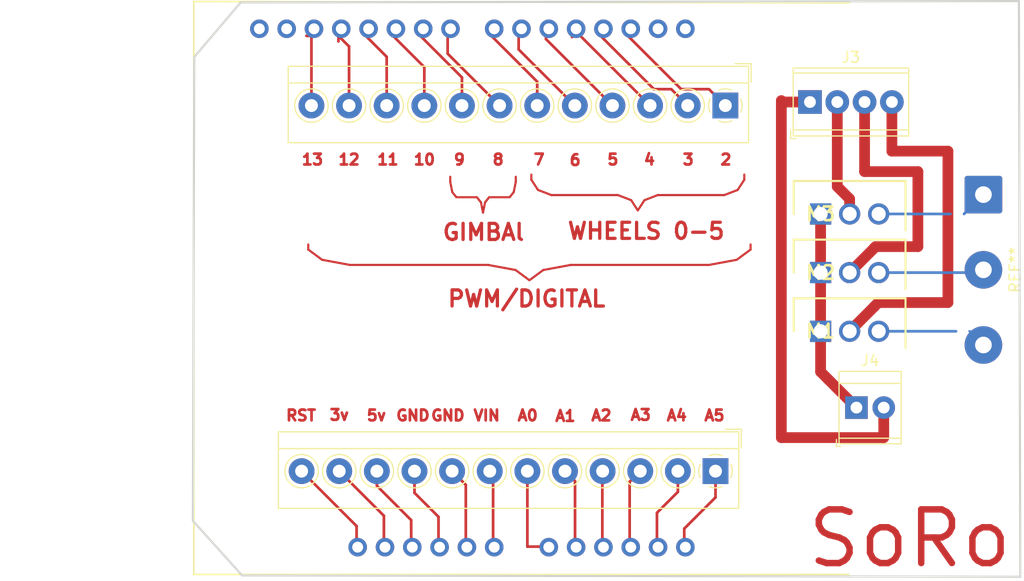
<source format=kicad_pcb>
(kicad_pcb (version 20211014) (generator pcbnew)
  (layers (0 "F.Cu" signal) (31 "B.Cu" signal) (34 "B.Paste" user) (35 "F.Paste" user) (36 "B.SilkS" user "B.Silkscreen") (37 "F.SilkS" user "F.Silkscreen") (38 "B.Mask" user) (39 "F.Mask" user) (44 "Edge.Cuts" user))
  (net 0 "")
  (net 4 "Net-(J1-Pad1)")
  (net 5 "Net-(J1-Pad2)")
  (net 6 "Net-(J1-Pad3)")
  (net 7 "Net-(J1-Pad4)")
  (net 8 "Net-(J1-Pad5)")
  (net 9 "Net-(J1-Pad6)")
  (net 10 "Net-(J1-Pad7)")
  (net 11 "Net-(J1-Pad8)")
  (net 12 "Net-(J1-Pad9)")
  (net 13 "Net-(J1-Pad10)")
  (net 14 "Net-(J1-Pad11)")
  (net 15 "Net-(J1-Pad12)")
  (net 17 "Net-(J2-Pad1)")
  (net 18 "Net-(J2-Pad2)")
  (net 19 "Net-(J2-Pad3)")
  (net 20 "Net-(J2-Pad4)")
  (net 21 "Net-(J2-Pad5)")
  (net 22 "Net-(J2-Pad6)")
  (net 23 "Net-(J2-Pad7)")
  (net 24 "Net-(J2-Pad8)")
  (net 25 "Net-(J2-Pad9)")
  (net 26 "Net-(J2-Pad10)")
  (net 27 "Net-(J2-Pad11)")
  (net 28 "Net-(J2-Pad12)")
  (net 29 "Net-(J3-Pad1)")
  (net 30 "Net-(J3-Pad2)")
  (net 31 "Net-(J3-Pad3)")
  (net 32 "Net-(J3-Pad4)")
  (net 33 "Net-(J4-Pad1)")
  (net 34 "Net-(XA1-PadD28)")
  (net 35 "Net-(XA1-PadD27)")
  (net 36 "Net-(XA1-PadD26)")
  (footprint "Arduino:Arduino_Mega2560_Shield" (layer "F.Cu") (at 59.0155 107.8625)
    (fp_text reference "XA1" hide)
    (fp_text value "Arduino_Mega2560_Shield" hide)
    (fp_line (start 17.78 -53.34) (end 17.78 0) (layer "F.SilkS") (width 0.15))
    (fp_line (start 76.2 0) (end 78.74 0) (layer "F.SilkS") (width 0.15))
    (fp_line (start 17.78 -53.34) (end 78.74 -53.213) (layer "F.SilkS") (width 0.15))
    (fp_line (start 17.78 0) (end 76.2 0) (layer "F.SilkS") (width 0.15))
    (pad "3V3" thru_hole oval (at 35.56 -2.54) (size 1.7272 1.7272) (drill 1.016) (layers *.Cu *.Mask) (net 27 "Net-(J2-Pad11)"))
    (pad "5V1" thru_hole oval (at 38.1 -2.54) (size 1.7272 1.7272) (drill 1.016) (layers *.Cu *.Mask) (net 26 "Net-(J2-Pad10)"))
    (pad "A0" thru_hole oval (at 50.8 -2.54) (size 1.7272 1.7272) (drill 1.016) (layers *.Cu *.Mask) (net 22 "Net-(J2-Pad6)"))
    (pad "A1" thru_hole oval (at 53.34 -2.54) (size 1.7272 1.7272) (drill 1.016) (layers *.Cu *.Mask) (net 21 "Net-(J2-Pad5)"))
    (pad "A2" thru_hole oval (at 55.88 -2.54) (size 1.7272 1.7272) (drill 1.016) (layers *.Cu *.Mask) (net 20 "Net-(J2-Pad4)"))
    (pad "A3" thru_hole oval (at 58.42 -2.54) (size 1.7272 1.7272) (drill 1.016) (layers *.Cu *.Mask) (net 19 "Net-(J2-Pad3)"))
    (pad "A4" thru_hole oval (at 60.96 -2.54) (size 1.7272 1.7272) (drill 1.016) (layers *.Cu *.Mask) (net 18 "Net-(J2-Pad2)"))
    (pad "A5" thru_hole oval (at 63.5 -2.54) (size 1.7272 1.7272) (drill 1.016) (layers *.Cu *.Mask) (net 17 "Net-(J2-Pad1)"))
    (pad "AREF" thru_hole oval (at 23.876 -50.8) (size 1.7272 1.7272) (drill 1.016) (layers *.Cu *.Mask))
    (pad "D0" thru_hole oval (at 63.5 -50.8) (size 1.7272 1.7272) (drill 1.016) (layers *.Cu *.Mask))
    (pad "D1" thru_hole oval (at 60.96 -50.8) (size 1.7272 1.7272) (drill 1.016) (layers *.Cu *.Mask))
    (pad "D2" thru_hole oval (at 58.42 -50.8) (size 1.7272 1.7272) (drill 1.016) (layers *.Cu *.Mask) (net 4 "Net-(J1-Pad1)"))
    (pad "D3" thru_hole oval (at 55.88 -50.8) (size 1.7272 1.7272) (drill 1.016) (layers *.Cu *.Mask) (net 5 "Net-(J1-Pad2)"))
    (pad "D4" thru_hole oval (at 53.34 -50.8) (size 1.7272 1.7272) (drill 1.016) (layers *.Cu *.Mask) (net 6 "Net-(J1-Pad3)"))
    (pad "D5" thru_hole oval (at 50.8 -50.8) (size 1.7272 1.7272) (drill 1.016) (layers *.Cu *.Mask) (net 7 "Net-(J1-Pad4)"))
    (pad "D6" thru_hole oval (at 48.26 -50.8) (size 1.7272 1.7272) (drill 1.016) (layers *.Cu *.Mask) (net 8 "Net-(J1-Pad5)"))
    (pad "D7" thru_hole oval (at 45.72 -50.8) (size 1.7272 1.7272) (drill 1.016) (layers *.Cu *.Mask) (net 9 "Net-(J1-Pad6)"))
    (pad "D8" thru_hole oval (at 41.656 -50.8) (size 1.7272 1.7272) (drill 1.016) (layers *.Cu *.Mask) (net 10 "Net-(J1-Pad7)"))
    (pad "D9" thru_hole oval (at 39.116 -50.8) (size 1.7272 1.7272) (drill 1.016) (layers *.Cu *.Mask) (net 11 "Net-(J1-Pad8)"))
    (pad "D10" thru_hole oval (at 36.576 -50.8) (size 1.7272 1.7272) (drill 1.016) (layers *.Cu *.Mask) (net 12 "Net-(J1-Pad9)"))
    (pad "D11" thru_hole oval (at 34.036 -50.8) (size 1.7272 1.7272) (drill 1.016) (layers *.Cu *.Mask) (net 13 "Net-(J1-Pad10)"))
    (pad "D12" thru_hole oval (at 31.496 -50.8) (size 1.7272 1.7272) (drill 1.016) (layers *.Cu *.Mask) (net 14 "Net-(J1-Pad11)"))
    (pad "D13" thru_hole oval (at 28.956 -50.8) (size 1.7272 1.7272) (drill 1.016) (layers *.Cu *.Mask) (net 15 "Net-(J1-Pad12)"))
    (pad "GND1" thru_hole oval (at 26.416 -50.8) (size 1.7272 1.7272) (drill 1.016) (layers *.Cu *.Mask))
    (pad "GND2" thru_hole oval (at 40.64 -2.54) (size 1.7272 1.7272) (drill 1.016) (layers *.Cu *.Mask) (net 25 "Net-(J2-Pad9)"))
    (pad "GND3" thru_hole oval (at 43.18 -2.54) (size 1.7272 1.7272) (drill 1.016) (layers *.Cu *.Mask) (net 24 "Net-(J2-Pad8)"))
    (pad "RST1" thru_hole oval (at 33.02 -2.54) (size 1.7272 1.7272) (drill 1.016) (layers *.Cu *.Mask) (net 28 "Net-(J2-Pad12)"))
    (pad "VIN" thru_hole oval (at 45.72 -2.54) (size 1.7272 1.7272) (drill 1.016) (layers *.Cu *.Mask) (net 23 "Net-(J2-Pad7)"))
  )
  (footprint "TerminalBlock_TE-Connectivity:TerminalBlock_TE_282834-2_1x02_P2.54mm_Horizontal" (layer "F.Cu") (at 138.43 92.329)
    (fp_text reference "J4" (at 1.27 -4.37) (layer "F.SilkS"))
    (fp_text value "Screw_Terminal_01x02" hide)
    (fp_line (start -1.62 -3.37) (end -1.62 3.37) (layer "F.SilkS") (width 0.12))
    (fp_line (start 4.16 -3.37) (end 4.16 3.37) (layer "F.SilkS") (width 0.12))
    (fp_line (start -1.62 -3.37) (end 4.16 -3.37) (layer "F.SilkS") (width 0.12))
    (fp_line (start -1.62 -2.25) (end 4.16 -2.25) (layer "F.SilkS") (width 0.12))
    (fp_line (start -1.62 2.85) (end 4.16 2.85) (layer "F.SilkS") (width 0.12))
    (fp_line (start -1.86 2.97) (end -1.86 3.61) (layer "F.SilkS") (width 0.12))
    (fp_line (start -1.86 3.61) (end -1.46 3.61) (layer "F.SilkS") (width 0.12))
    (fp_line (start -1.62 3.37) (end 4.16 3.37) (layer "F.SilkS") (width 0.12))
    (pad "1" thru_hole rect (at 0 0) (size 2.1 2.1) (drill 1.1) (layers *.Cu *.Mask) (net 33 "Net-(J4-Pad1)"))
    (pad "2" thru_hole circle (at 2.54 0) (size 2.1 2.1) (drill 1.1) (layers *.Cu *.Mask) (net 29 "Net-(J3-Pad1)"))
  )
  (footprint "IRF520:TO270P460X1020X2008-3P" (layer "F.Cu") (at 135.095 85.225)
    (fp_text reference "M1" (at 0 0) (layer "F.SilkS") (effects (font (size 1.27 1.27) (thickness 0.254))))
    (fp_text value "MNMOS" hide)
    (fp_line (start -2.5 -3.07) (end -2.5 0) (layer "F.SilkS") (width 0.2))
    (fp_line (start 7.9 1.53) (end 7.9 -3.07) (layer "F.SilkS") (width 0.2))
    (fp_line (start 7.9 -3.07) (end -2.5 -3.07) (layer "F.SilkS") (width 0.2))
    (pad "1" thru_hole rect locked (at 0 0) (size 1.98 1.98) (drill 1.32) (layers *.Cu *.Mask) (net 33 "Net-(J4-Pad1)"))
    (pad "2" thru_hole circle locked (at 2.7 0) (size 1.98 1.98) (drill 1.32) (layers *.Cu *.Mask) (net 32 "Net-(J3-Pad4)"))
    (pad "3" thru_hole circle locked (at 5.4 0) (size 1.98 1.98) (drill 1.32) (layers *.Cu *.Mask) (net 34 "Net-(XA1-PadD28)"))
  )
  (footprint "Connector_Wire:SolderWire-0.75sqmm_1x03_P7mm_D1.25mm_OD3.5mm" (layer "F.Cu") (at 150.241 72.502 -90)
    (fp_text reference "REF**" (at 7 -2.95 90) (layer "F.SilkS"))
    (fp_text value "SolderWire-0.75sqmm_1x03_P7mm_D1.25mm_OD3.5mm" hide)
    (pad "1" thru_hole roundrect (at 0 0 270) (size 3.5 3.5) (drill 1.55) (layers *.Cu *.Mask) (roundrect_rratio 0.07142914286) (net 36 "Net-(XA1-PadD26)"))
    (pad "2" thru_hole circle (at 7 0 270) (size 3.5 3.5) (drill 1.55) (layers *.Cu *.Mask) (net 35 "Net-(XA1-PadD27)"))
    (pad "3" thru_hole circle (at 14 0 270) (size 3.5 3.5) (drill 1.55) (layers *.Cu *.Mask) (net 34 "Net-(XA1-PadD28)"))
  )
  (footprint "TerminalBlock_Phoenix:TerminalBlock_Phoenix_MPT-0,5-4-2.54_1x04_P2.54mm_Horizontal" (layer "F.Cu") (at 134.107 63.881)
    (fp_text reference "J3" (at 3.81 -4.16) (layer "F.SilkS"))
    (fp_text value "Screw_Terminal_01x04" hide)
    (fp_line (start 9.18 -3.16) (end 9.18 3.16) (layer "F.SilkS") (width 0.12))
    (fp_line (start -1.56 -2.7) (end 9.18 -2.7) (layer "F.SilkS") (width 0.12))
    (fp_line (start -1.56 -3.16) (end 9.18 -3.16) (layer "F.SilkS") (width 0.12))
    (fp_line (start -1.56 2.6) (end 9.18 2.6) (layer "F.SilkS") (width 0.12))
    (fp_line (start -1.56 3.16) (end 9.18 3.16) (layer "F.SilkS") (width 0.12))
    (fp_line (start -1.8 3.4) (end -1.3 3.4) (layer "F.SilkS") (width 0.12))
    (fp_line (start -1.8 2.66) (end -1.8 3.4) (layer "F.SilkS") (width 0.12))
    (fp_line (start -1.56 -3.16) (end -1.56 3.16) (layer "F.SilkS") (width 0.12))
    (pad "1" thru_hole rect (at 0 0) (size 2.2 2.2) (drill 1.1) (layers *.Cu *.Mask) (net 29 "Net-(J3-Pad1)"))
    (pad "2" thru_hole circle (at 2.54 0) (size 2.2 2.2) (drill 1.1) (layers *.Cu *.Mask) (net 30 "Net-(J3-Pad2)"))
    (pad "3" thru_hole circle (at 5.08 0) (size 2.2 2.2) (drill 1.1) (layers *.Cu *.Mask) (net 31 "Net-(J3-Pad3)"))
    (pad "4" thru_hole circle (at 7.62 0) (size 2.2 2.2) (drill 1.1) (layers *.Cu *.Mask) (net 32 "Net-(J3-Pad4)"))
  )
  (footprint "TerminalBlock_4Ucon:TerminalBlock_4Ucon_1x12_P3.50mm_Horizontal" (layer "F.Cu") (at 125.3204 98.2456 180)
    (fp_text reference "J2" hide)
    (fp_text value "Screw_Terminal_01x12" hide)
    (fp_line (start -2.16 -3.46) (end -2.16 3.66) (layer "F.SilkS") (width 0.12))
    (fp_line (start -2.4 3.9) (end -0.9 3.9) (layer "F.SilkS") (width 0.12))
    (fp_line (start 40.66 -3.46) (end 40.66 3.66) (layer "F.SilkS") (width 0.12))
    (fp_line (start -2.16 3.66) (end 40.66 3.66) (layer "F.SilkS") (width 0.12))
    (fp_line (start -2.4 2.16) (end -2.4 3.9) (layer "F.SilkS") (width 0.12))
    (fp_line (start -2.16 -3.46) (end 40.66 -3.46) (layer "F.SilkS") (width 0.12))
    (fp_line (start -2.16 2.1) (end 40.66 2.1) (layer "F.SilkS") (width 0.12))
    (fp_arc (start -1.432109 0.607742) (mid -1.555727 -0.00014) (end -1.432 -0.608) (layer "F.SilkS") (width 0.12))
    (fp_arc (start 1.432109 -0.607742) (mid 1.555727 0.00014) (end 1.432 0.608) (layer "F.SilkS") (width 0.12))
    (fp_arc (start -0.607742 -1.432109) (mid 0.00014 -1.555727) (end 0.608 -1.432) (layer "F.SilkS") (width 0.12))
    (fp_arc (start 0.027011 1.555493) (mid -0.296984 1.527118) (end -0.608 1.432) (layer "F.SilkS") (width 0.12))
    (fp_arc (start 0.607587 1.431385) (mid 0.310017 1.523783) (end 0 1.555) (layer "F.SilkS") (width 0.12))
    (fp_circle (center 38.5 0) (end 40.055 0) (layer "F.SilkS") (width 0.12) (fill none))
    (fp_circle (center 31.5 0) (end 33.055 0) (layer "F.SilkS") (width 0.12) (fill none))
    (fp_circle (center 21 0) (end 22.555 0) (layer "F.SilkS") (width 0.12) (fill none))
    (fp_circle (center 35 0) (end 36.555 0) (layer "F.SilkS") (width 0.12) (fill none))
    (fp_circle (center 3.5 0) (end 5.055 0) (layer "F.SilkS") (width 0.12) (fill none))
    (fp_circle (center 10.5 0) (end 12.055 0) (layer "F.SilkS") (width 0.12) (fill none))
    (fp_circle (center 7 0) (end 8.555 0) (layer "F.SilkS") (width 0.12) (fill none))
    (fp_circle (center 17.5 0) (end 19.055 0) (layer "F.SilkS") (width 0.12) (fill none))
    (fp_circle (center 14 0) (end 15.555 0) (layer "F.SilkS") (width 0.12) (fill none))
    (fp_circle (center 28 0) (end 29.555 0) (layer "F.SilkS") (width 0.12) (fill none))
    (fp_circle (center 24.5 0) (end 26.055 0) (layer "F.SilkS") (width 0.12) (fill none))
    (pad "1" thru_hole rect (at 0 0 180) (size 2.4 2.4) (drill 1.2) (layers *.Cu *.Mask) (net 17 "Net-(J2-Pad1)"))
    (pad "2" thru_hole circle (at 3.5 0 180) (size 2.4 2.4) (drill 1.2) (layers *.Cu *.Mask) (net 18 "Net-(J2-Pad2)"))
    (pad "3" thru_hole circle (at 7 0 180) (size 2.4 2.4) (drill 1.2) (layers *.Cu *.Mask) (net 19 "Net-(J2-Pad3)"))
    (pad "4" thru_hole circle (at 10.5 0 180) (size 2.4 2.4) (drill 1.2) (layers *.Cu *.Mask) (net 20 "Net-(J2-Pad4)"))
    (pad "5" thru_hole circle (at 14 0 180) (size 2.4 2.4) (drill 1.2) (layers *.Cu *.Mask) (net 21 "Net-(J2-Pad5)"))
    (pad "6" thru_hole circle (at 17.5 0 180) (size 2.4 2.4) (drill 1.2) (layers *.Cu *.Mask) (net 22 "Net-(J2-Pad6)"))
    (pad "7" thru_hole circle (at 21 0 180) (size 2.4 2.4) (drill 1.2) (layers *.Cu *.Mask) (net 23 "Net-(J2-Pad7)"))
    (pad "8" thru_hole circle (at 24.5 0 180) (size 2.4 2.4) (drill 1.2) (layers *.Cu *.Mask) (net 24 "Net-(J2-Pad8)"))
    (pad "9" thru_hole circle (at 28 0 180) (size 2.4 2.4) (drill 1.2) (layers *.Cu *.Mask) (net 25 "Net-(J2-Pad9)"))
    (pad "10" thru_hole circle (at 31.5 0 180) (size 2.4 2.4) (drill 1.2) (layers *.Cu *.Mask) (net 26 "Net-(J2-Pad10)"))
    (pad "11" thru_hole circle (at 35 0 180) (size 2.4 2.4) (drill 1.2) (layers *.Cu *.Mask) (net 27 "Net-(J2-Pad11)"))
    (pad "12" thru_hole circle (at 38.5 0 180) (size 2.4 2.4) (drill 1.2) (layers *.Cu *.Mask) (net 28 "Net-(J2-Pad12)"))
  )
  (footprint "IRF520:TO270P460X1020X2008-3P" (layer "F.Cu") (at 135.095 74.303)
    (fp_text reference "M3" (at 0 0) (layer "F.SilkS") (effects (font (size 1.27 1.27) (thickness 0.254))))
    (fp_text value "MNMOS" hide)
    (fp_line (start 7.9 -3.07) (end -2.5 -3.07) (layer "F.SilkS") (width 0.2))
    (fp_line (start -2.5 -3.07) (end -2.5 0) (layer "F.SilkS") (width 0.2))
    (fp_line (start 7.9 1.53) (end 7.9 -3.07) (layer "F.SilkS") (width 0.2))
    (pad "1" thru_hole rect locked (at 0 0) (size 1.98 1.98) (drill 1.32) (layers *.Cu *.Mask) (net 33 "Net-(J4-Pad1)"))
    (pad "2" thru_hole circle locked (at 2.7 0) (size 1.98 1.98) (drill 1.32) (layers *.Cu *.Mask) (net 30 "Net-(J3-Pad2)"))
    (pad "3" thru_hole circle locked (at 5.4 0) (size 1.98 1.98) (drill 1.32) (layers *.Cu *.Mask) (net 36 "Net-(XA1-PadD26)"))
  )
  (footprint "TerminalBlock_4Ucon:TerminalBlock_4Ucon_1x12_P3.50mm_Horizontal" (layer "F.Cu") (at 126.2348 64.2096 180)
    (fp_text reference "J1" hide)
    (fp_text value "Screw_Terminal_01x12" hide)
    (fp_line (start -2.4 3.9) (end -0.9 3.9) (layer "F.SilkS") (width 0.12))
    (fp_line (start -2.16 3.66) (end 40.66 3.66) (layer "F.SilkS") (width 0.12))
    (fp_line (start -2.16 -3.46) (end 40.66 -3.46) (layer "F.SilkS") (width 0.12))
    (fp_line (start -2.16 -3.46) (end -2.16 3.66) (layer "F.SilkS") (width 0.12))
    (fp_line (start -2.4 2.16) (end -2.4 3.9) (layer "F.SilkS") (width 0.12))
    (fp_line (start 40.66 -3.46) (end 40.66 3.66) (layer "F.SilkS") (width 0.12))
    (fp_line (start -2.16 2.1) (end 40.66 2.1) (layer "F.SilkS") (width 0.12))
    (fp_arc (start -0.607742 -1.432109) (mid 0.00014 -1.555727) (end 0.608 -1.432) (layer "F.SilkS") (width 0.12))
    (fp_arc (start 0.607587 1.431385) (mid 0.310017 1.523783) (end 0 1.555) (layer "F.SilkS") (width 0.12))
    (fp_arc (start 0.027011 1.555493) (mid -0.296984 1.527118) (end -0.608 1.432) (layer "F.SilkS") (width 0.12))
    (fp_arc (start -1.432109 0.607742) (mid -1.555727 -0.00014) (end -1.432 -0.608) (layer "F.SilkS") (width 0.12))
    (fp_arc (start 1.432109 -0.607742) (mid 1.555727 0.00014) (end 1.432 0.608) (layer "F.SilkS") (width 0.12))
    (fp_circle (center 21 0) (end 22.555 0) (layer "F.SilkS") (width 0.12) (fill none))
    (fp_circle (center 35 0) (end 36.555 0) (layer "F.SilkS") (width 0.12) (fill none))
    (fp_circle (center 17.5 0) (end 19.055 0) (layer "F.SilkS") (width 0.12) (fill none))
    (fp_circle (center 24.5 0) (end 26.055 0) (layer "F.SilkS") (width 0.12) (fill none))
    (fp_circle (center 10.5 0) (end 12.055 0) (layer "F.SilkS") (width 0.12) (fill none))
    (fp_circle (center 3.5 0) (end 5.055 0) (layer "F.SilkS") (width 0.12) (fill none))
    (fp_circle (center 7 0) (end 8.555 0) (layer "F.SilkS") (width 0.12) (fill none))
    (fp_circle (center 38.5 0) (end 40.055 0) (layer "F.SilkS") (width 0.12) (fill none))
    (fp_circle (center 31.5 0) (end 33.055 0) (layer "F.SilkS") (width 0.12) (fill none))
    (fp_circle (center 14 0) (end 15.555 0) (layer "F.SilkS") (width 0.12) (fill none))
    (fp_circle (center 28 0) (end 29.555 0) (layer "F.SilkS") (width 0.12) (fill none))
    (pad "1" thru_hole rect (at 0 0 180) (size 2.4 2.4) (drill 1.2) (layers *.Cu *.Mask) (net 4 "Net-(J1-Pad1)"))
    (pad "2" thru_hole circle (at 3.5 0 180) (size 2.4 2.4) (drill 1.2) (layers *.Cu *.Mask) (net 5 "Net-(J1-Pad2)"))
    (pad "3" thru_hole circle (at 7 0 180) (size 2.4 2.4) (drill 1.2) (layers *.Cu *.Mask) (net 6 "Net-(J1-Pad3)"))
    (pad "4" thru_hole circle (at 10.5 0 180) (size 2.4 2.4) (drill 1.2) (layers *.Cu *.Mask) (net 7 "Net-(J1-Pad4)"))
    (pad "5" thru_hole circle (at 14 0 180) (size 2.4 2.4) (drill 1.2) (layers *.Cu *.Mask) (net 8 "Net-(J1-Pad5)"))
    (pad "6" thru_hole circle (at 17.5 0 180) (size 2.4 2.4) (drill 1.2) (layers *.Cu *.Mask) (net 9 "Net-(J1-Pad6)"))
    (pad "7" thru_hole circle (at 21 0 180) (size 2.4 2.4) (drill 1.2) (layers *.Cu *.Mask) (net 10 "Net-(J1-Pad7)"))
    (pad "8" thru_hole circle (at 24.5 0 180) (size 2.4 2.4) (drill 1.2) (layers *.Cu *.Mask) (net 11 "Net-(J1-Pad8)"))
    (pad "9" thru_hole circle (at 28 0 180) (size 2.4 2.4) (drill 1.2) (layers *.Cu *.Mask) (net 12 "Net-(J1-Pad9)"))
    (pad "10" thru_hole circle (at 31.5 0 180) (size 2.4 2.4) (drill 1.2) (layers *.Cu *.Mask) (net 13 "Net-(J1-Pad10)"))
    (pad "11" thru_hole circle (at 35 0 180) (size 2.4 2.4) (drill 1.2) (layers *.Cu *.Mask) (net 14 "Net-(J1-Pad11)"))
    (pad "12" thru_hole circle (at 38.5 0 180) (size 2.4 2.4) (drill 1.2) (layers *.Cu *.Mask) (net 15 "Net-(J1-Pad12)"))
  )
  (footprint "IRF520:TO270P460X1020X2008-3P" (layer "F.Cu") (at 135.095 79.764)
    (fp_text reference "M2" (at 0 0) (layer "F.SilkS") (effects (font (size 1.27 1.27) (thickness 0.254))))
    (fp_text value "MNMOS" hide)
    (fp_line (start -2.5 -3.07) (end -2.5 0) (layer "F.SilkS") (width 0.2))
    (fp_line (start 7.9 1.53) (end 7.9 -3.07) (layer "F.SilkS") (width 0.2))
    (fp_line (start 7.9 -3.07) (end -2.5 -3.07) (layer "F.SilkS") (width 0.2))
    (pad "1" thru_hole rect locked (at 0 0) (size 1.98 1.98) (drill 1.32) (layers *.Cu *.Mask) (net 33 "Net-(J4-Pad1)"))
    (pad "2" thru_hole circle locked (at 2.7 0) (size 1.98 1.98) (drill 1.32) (layers *.Cu *.Mask) (net 31 "Net-(J3-Pad3)"))
    (pad "3" thru_hole circle locked (at 5.4 0) (size 1.98 1.98) (drill 1.32) (layers *.Cu *.Mask) (net 35 "Net-(XA1-PadD27)"))
  )
  (gr_circle (center 150.241 72.502) (end 151.003 72.39) (layer "F.Cu") (width 0.2) (fill none))
  (gr_poly (pts (xy 153.67 108.077) (xy 81.28 107.95) (xy 76.708 102.87) (xy 76.835 59.69) (xy 81.153 54.61) (xy 153.543 54.483)) (layer "Edge.Cuts") (width 0.2) (fill none))
  (gr_text "4" (at 119.1768 69.2404) (layer "F.Cu") (effects (font (size 1 1) (thickness 0.25))))
  (gr_text "VIN\n" (at 104.0384 93.0656) (layer "F.Cu") (effects (font (size 1 1) (thickness 0.25))))
  (gr_text "GND" (at 100.4316 93.0656) (layer "F.Cu") (effects (font (size 1 1) (thickness 0.25))))
  (gr_text "8" (at 105.1052 69.2404) (layer "F.Cu") (effects (font (size 1 1) (thickness 0.25))))
  (gr_text "A5" (at 125.222 93.0656) (layer "F.Cu") (effects (font (size 1 1) (thickness 0.25))))
  (gr_text "A3" (at 118.364 93.0148) (layer "F.Cu") (effects (font (size 1 1) (thickness 0.25))))
  (gr_text "{" (at 105.8164 79.0448 90) (layer "F.Cu") (effects (font (size 27 10) (thickness 0.2))))
  (gr_text "5v" (at 93.7768 93.0656) (layer "F.Cu") (effects (font (size 1 1) (thickness 0.25))))
  (gr_text "5" (at 115.7732 69.2404) (layer "F.Cu") (effects (font (size 1 1) (thickness 0.25))))
  (gr_text "11" (at 94.8436 69.2404) (layer "F.Cu") (effects (font (size 1 1) (thickness 0.25))))
  (gr_text "{" (at 103.378 72.7456 90) (layer "F.Cu") (effects (font (size 4 10) (thickness 0.2))))
  (gr_text "3v" (at 90.3224 93.0148) (layer "F.Cu") (effects (font (size 1 1) (thickness 0.25))))
  (gr_text "7" (at 108.9152 69.2404) (layer "F.Cu") (effects (font (size 1 1) (thickness 0.25))))
  (gr_text "A4" (at 121.7168 93.0656) (layer "F.Cu") (effects (font (size 1 1) (thickness 0.25))))
  (gr_text "A2" (at 114.7064 93.0656) (layer "F.Cu") (effects (font (size 1 1) (thickness 0.25))))
  (gr_text "10" (at 98.2472 69.2404) (layer "F.Cu") (effects (font (size 1 1) (thickness 0.25))))
  (gr_text "GND" (at 97.1804 93.0656) (layer "F.Cu") (effects (font (size 1 1) (thickness 0.25))))
  (gr_text "SoRo" (at 143.383 104.521) (layer "F.Cu") (effects (font (size 5 5) (thickness 0.6))))
  (gr_text "6" (at 112.268 69.2912) (layer "F.Cu") (effects (font (size 1 1) (thickness 0.25))))
  (gr_text "WHEELS 0-5" (at 118.872 75.8952) (layer "F.Cu") (effects (font (size 1.5 1.5) (thickness 0.3))))
  (gr_text "2" (at 126.2888 69.2404) (layer "F.Cu") (effects (font (size 1 1) (thickness 0.25))))
  (gr_text "PWM/DIGITAL" (at 107.7468 82.1944) (layer "F.Cu") (effects (font (size 1.5 1.5) (thickness 0.3))))
  (gr_text "{" (at 117.0432 72.5424 90) (layer "F.Cu") (effects (font (size 13 10) (thickness 0.2))))
  (gr_text "RST" (at 86.7664 93.0656) (layer "F.Cu") (effects (font (size 1 1) (thickness 0.25))))
  (gr_text "GIMBAl" (at 103.7336 75.9968) (layer "F.Cu") (effects (font (size 1.5 1.5) (thickness 0.3))))
  (gr_text "A0" (at 107.8484 93.0656) (layer "F.Cu") (effects (font (size 1 1) (thickness 0.25))))
  (gr_text "3" (at 122.7836 69.2404) (layer "F.Cu") (effects (font (size 1 1) (thickness 0.25))))
  (gr_text "12" (at 91.2368 69.2404) (layer "F.Cu") (effects (font (size 1 1) (thickness 0.25))))
  (gr_text "A1" (at 111.3536 93.1164) (layer "F.Cu") (effects (font (size 1 1) (thickness 0.25))))
  (gr_text "9" (at 101.4984 69.2404) (layer "F.Cu") (effects (font (size 1 1) (thickness 0.25))))
  (gr_text "13" (at 87.8332 69.2404) (layer "F.Cu") (effects (font (size 1 1) (thickness 0.25))))
  (segment (start 124.7098 62.6846) (end 122.1319 62.6846) (width 0.25) (layer "F.Cu") (net 4))
  (segment (start 126.2348 64.2096) (end 124.7098 62.6846) (width 0.25) (layer "F.Cu") (net 4))
  (segment (start 122.1319 62.6846) (end 117.1702 57.7229) (width 0.25) (layer "F.Cu") (net 4))
  (segment (start 121.2098 62.6846) (end 119.5919 62.6846) (width 0.25) (layer "F.Cu") (net 5))
  (segment (start 119.5919 62.6846) (end 114.6302 57.7229) (width 0.25) (layer "F.Cu") (net 5))
  (segment (start 122.7348 64.2096) (end 121.2098 62.6846) (width 0.25) (layer "F.Cu") (net 5))
  (segment (start 112.7481 57.7229) (end 112.0902 57.7229) (width 0.25) (layer "F.Cu") (net 6))
  (segment (start 111.9736 57.8395) (end 112.0902 57.7229) (width 0.25) (layer "F.Cu") (net 6))
  (segment (start 119.2348 64.2096) (end 112.7481 57.7229) (width 0.25) (layer "F.Cu") (net 6))
  (segment (start 109.5502 58.025) (end 109.5502 57.7229) (width 0.25) (layer "F.Cu") (net 7))
  (segment (start 115.7348 64.2096) (end 109.5502 58.025) (width 0.25) (layer "F.Cu") (net 7))
  (segment (start 107.0102 58.985) (end 107.0102 57.7229) (width 0.25) (layer "F.Cu") (net 8))
  (segment (start 112.2348 64.2096) (end 107.0102 58.985) (width 0.25) (layer "F.Cu") (net 8))
  (segment (start 108.7348 64.2096) (end 108.7348 61.9875) (width 0.25) (layer "F.Cu") (net 9))
  (segment (start 108.7348 61.9875) (end 104.4702 57.7229) (width 0.25) (layer "F.Cu") (net 9))
  (segment (start 105.2348 64.2096) (end 100.4062 59.381) (width 0.25) (layer "F.Cu") (net 10))
  (segment (start 100.4062 59.381) (end 100.4062 57.7229) (width 0.25) (layer "F.Cu") (net 10))
  (segment (start 101.7348 61.5915) (end 97.8662 57.7229) (width 0.25) (layer "F.Cu") (net 11))
  (segment (start 101.7348 64.2096) (end 101.7348 61.5915) (width 0.25) (layer "F.Cu") (net 11))
  (segment (start 98.2348 60.6315) (end 95.3262 57.7229) (width 0.25) (layer "F.Cu") (net 12))
  (segment (start 98.2348 64.2096) (end 98.2348 60.6315) (width 0.25) (layer "F.Cu") (net 12))
  (segment (start 94.7348 64.2096) (end 94.7348 59.6715) (width 0.25) (layer "F.Cu") (net 13))
  (segment (start 94.7348 59.6715) (end 92.7862 57.7229) (width 0.25) (layer "F.Cu") (net 13))
  (segment (start 91.2348 58.7115) (end 90.2462 57.7229) (width 0.25) (layer "F.Cu") (net 14))
  (segment (start 90.2462 58.2434) (end 90.2462 57.7229) (width 0.25) (layer "F.Cu") (net 14))
  (segment (start 91.2348 64.2096) (end 91.2348 58.7115) (width 0.25) (layer "F.Cu") (net 14))
  (segment (start 87.7348 64.2096) (end 87.7348 57.7515) (width 0.25) (layer "F.Cu") (net 15))
  (segment (start 87.2667 57.7229) (end 87.7062 57.7229) (width 0.25) (layer "F.Cu") (net 15))
  (segment (start 87.7348 57.7515) (end 87.7062 57.7229) (width 0.25) (layer "F.Cu") (net 15))
  (segment (start 122.4139 105.2717) (end 122.4139 103.5953) (width 0.25) (layer "F.Cu") (net 17))
  (segment (start 122.4139 103.5953) (end 125.3204 100.6888) (width 0.25) (layer "F.Cu") (net 17))
  (segment (start 125.3204 100.6888) (end 125.3204 98.2456) (width 0.25) (layer "F.Cu") (net 17))
  (segment (start 119.8739 102.1221) (end 121.8204 100.1756) (width 0.25) (layer "F.Cu") (net 18))
  (segment (start 121.8204 100.1756) (end 121.8204 98.2456) (width 0.25) (layer "F.Cu") (net 18))
  (segment (start 119.8739 105.2717) (end 119.8739 102.1221) (width 0.25) (layer "F.Cu") (net 18))
  (segment (start 117.3339 99.2321) (end 118.3204 98.2456) (width 0.25) (layer "F.Cu") (net 19))
  (segment (start 117.3339 105.2717) (end 117.3339 99.2321) (width 0.25) (layer "F.Cu") (net 19))
  (segment (start 114.7939 105.2717) (end 114.7939 98.2721) (width 0.25) (layer "F.Cu") (net 20))
  (segment (start 114.7939 98.2721) (end 114.8204 98.2456) (width 0.25) (layer "F.Cu") (net 20))
  (segment (start 112.2539 105.2717) (end 112.2539 99.1791) (width 0.25) (layer "F.Cu") (net 21))
  (segment (start 112.2539 99.1791) (end 111.3204 98.2456) (width 0.25) (layer "F.Cu") (net 21))
  (segment (start 109.7139 105.2717) (end 107.8204 105.2717) (width 0.25) (layer "F.Cu") (net 22))
  (segment (start 107.8204 105.2717) (end 107.8204 98.2456) (width 0.25) (layer "F.Cu") (net 22))
  (segment (start 104.6339 105.2717) (end 104.6339 98.5591) (width 0.25) (layer "F.Cu") (net 23))
  (segment (start 104.6339 98.5591) (end 104.3204 98.2456) (width 0.25) (layer "F.Cu") (net 23))
  (segment (start 102.0939 105.2717) (end 102.0939 99.5191) (width 0.25) (layer "F.Cu") (net 24))
  (segment (start 102.0939 99.5191) (end 100.8204 98.2456) (width 0.25) (layer "F.Cu") (net 24))
  (segment (start 97.3204 100.2668) (end 97.3204 98.2456) (width 0.25) (layer "F.Cu") (net 25))
  (segment (start 99.5539 102.5003) (end 97.3204 100.2668) (width 0.25) (layer "F.Cu") (net 25))
  (segment (start 99.5539 105.2717) (end 99.5539 102.5003) (width 0.25) (layer "F.Cu") (net 25))
  (segment (start 97.0139 102.8051) (end 93.8204 99.6116) (width 0.25) (layer "F.Cu") (net 26))
  (segment (start 97.0139 105.2717) (end 97.0139 102.8051) (width 0.25) (layer "F.Cu") (net 26))
  (segment (start 93.8204 99.6116) (end 93.8204 98.2456) (width 0.25) (layer "F.Cu") (net 26))
  (segment (start 94.4739 105.2717) (end 94.4739 102.3991) (width 0.25) (layer "F.Cu") (net 27))
  (segment (start 94.4739 102.3991) (end 90.3204 98.2456) (width 0.25) (layer "F.Cu") (net 27))
  (segment (start 91.9339 103.3591) (end 86.8204 98.2456) (width 0.25) (layer "F.Cu") (net 28))
  (segment (start 91.9339 105.2717) (end 91.9339 103.3591) (width 0.25) (layer "F.Cu") (net 28))
  (segment (start 140.97 95.123) (end 131.445 95.123) (width 1) (layer "F.Cu") (net 29))
  (segment (start 140.97 92.329) (end 140.97 95.123) (width 1) (layer "F.Cu") (net 29))
  (segment (start 131.445 95.123) (end 131.445 63.754) (width 1) (layer "F.Cu") (net 29))
  (segment (start 131.572 63.881) (end 134.107 63.881) (width 1) (layer "F.Cu") (net 29))
  (segment (start 131.445 63.754) (end 131.572 63.881) (width 1) (layer "F.Cu") (net 29))
  (segment (start 137.795 72.898) (end 136.647 71.75) (width 1) (layer "F.Cu") (net 30))
  (segment (start 137.795 74.303) (end 137.795 72.898) (width 1) (layer "F.Cu") (net 30))
  (segment (start 136.647 71.75) (end 136.647 63.881) (width 1) (layer "F.Cu") (net 30))
  (segment (start 140.081 77.47) (end 140.208 77.343) (width 1) (layer "F.Cu") (net 31))
  (segment (start 140.081 77.478) (end 140.081 77.47) (width 1) (layer "F.Cu") (net 31))
  (segment (start 140.208 77.343) (end 144.145 77.343) (width 1) (layer "F.Cu") (net 31))
  (segment (start 139.192 70.358) (end 139.187 70.353) (width 1) (layer "F.Cu") (net 31))
  (segment (start 144.145 77.343) (end 144.145 70.358) (width 1) (layer "F.Cu") (net 31))
  (segment (start 144.145 70.358) (end 139.192 70.358) (width 1) (layer "F.Cu") (net 31))
  (segment (start 139.187 70.353) (end 139.187 63.881) (width 1) (layer "F.Cu") (net 31))
  (segment (start 137.795 79.764) (end 140.081 77.478) (width 1) (layer "F.Cu") (net 31))
  (segment (start 137.795 85.225) (end 140.081 82.939) (width 1) (layer "F.Cu") (net 32))
  (segment (start 141.727 68.448) (end 141.727 63.881) (width 1) (layer "F.Cu") (net 32))
  (segment (start 146.939 82.55) (end 146.939 68.453) (width 1) (layer "F.Cu") (net 32))
  (segment (start 140.462 82.55) (end 146.939 82.55) (width 1) (layer "F.Cu") (net 32))
  (segment (start 140.081 82.931) (end 140.462 82.55) (width 1) (layer "F.Cu") (net 32))
  (segment (start 146.939 68.453) (end 141.732 68.453) (width 1) (layer "F.Cu") (net 32))
  (segment (start 140.081 82.939) (end 140.081 82.931) (width 1) (layer "F.Cu") (net 32))
  (segment (start 141.732 68.453) (end 141.727 68.448) (width 1) (layer "F.Cu") (net 32))
  (segment (start 135.095 85.225) (end 135.095 88.994) (width 1) (layer "F.Cu") (net 33))
  (segment (start 135.095 88.994) (end 138.43 92.329) (width 1) (layer "F.Cu") (net 33))
  (segment (start 135.222 79.637) (end 135.095 79.764) (width 1) (layer "F.Cu") (net 33))
  (segment (start 135.095 79.764) (end 135.095 85.225) (width 1) (layer "F.Cu") (net 33))
  (segment (start 135.095 74.303) (end 135.095 79.764) (width 1) (layer "F.Cu") (net 33))
  (segment (start 149.367 87.376) (end 150.241 86.502) (width 0.25) (layer "F.Cu") (net 34))
  (segment (start 140.495 85.225) (end 147.694 85.225) (width 0.25) (layer "B.Cu") (net 34))
  (segment (start 148.964 85.225) (end 150.241 86.502) (width 0.25) (layer "B.Cu") (net 34))
  (segment (start 140.495 79.764) (end 148.709 79.764) (width 0.25) (layer "B.Cu") (net 35))
  (segment (start 149.979 79.764) (end 150.241 79.502) (width 0.25) (layer "B.Cu") (net 35))
  (segment (start 140.495 74.303) (end 147.17 74.303) (width 0.25) (layer "B.Cu") (net 36))
  (segment (start 148.44 74.303) (end 150.241 72.502) (width 0.25) (layer "B.Cu") (net 36))
)
</source>
